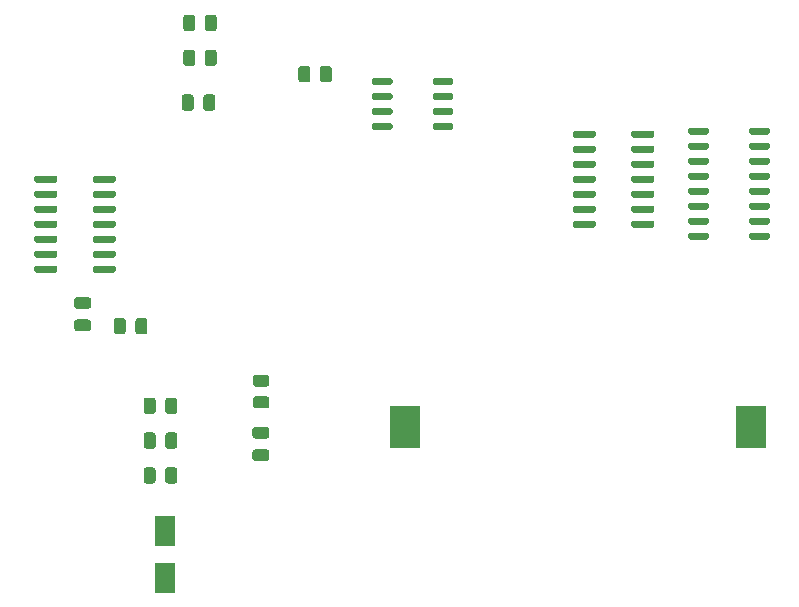
<source format=gbr>
%TF.GenerationSoftware,KiCad,Pcbnew,(5.1.8)-1*%
%TF.CreationDate,2021-03-12T13:42:17+01:00*%
%TF.ProjectId,AP,41502e6b-6963-4616-945f-706362585858,rev?*%
%TF.SameCoordinates,Original*%
%TF.FileFunction,Paste,Bot*%
%TF.FilePolarity,Positive*%
%FSLAX46Y46*%
G04 Gerber Fmt 4.6, Leading zero omitted, Abs format (unit mm)*
G04 Created by KiCad (PCBNEW (5.1.8)-1) date 2021-03-12 13:42:17*
%MOMM*%
%LPD*%
G01*
G04 APERTURE LIST*
%ADD10R,1.800000X2.500000*%
%ADD11R,2.600000X3.600000*%
G04 APERTURE END LIST*
%TO.C,RTC1*%
G36*
G01*
X170610000Y-82065000D02*
X170610000Y-81765000D01*
G75*
G02*
X170760000Y-81615000I150000J0D01*
G01*
X172210000Y-81615000D01*
G75*
G02*
X172360000Y-81765000I0J-150000D01*
G01*
X172360000Y-82065000D01*
G75*
G02*
X172210000Y-82215000I-150000J0D01*
G01*
X170760000Y-82215000D01*
G75*
G02*
X170610000Y-82065000I0J150000D01*
G01*
G37*
G36*
G01*
X170610000Y-80795000D02*
X170610000Y-80495000D01*
G75*
G02*
X170760000Y-80345000I150000J0D01*
G01*
X172210000Y-80345000D01*
G75*
G02*
X172360000Y-80495000I0J-150000D01*
G01*
X172360000Y-80795000D01*
G75*
G02*
X172210000Y-80945000I-150000J0D01*
G01*
X170760000Y-80945000D01*
G75*
G02*
X170610000Y-80795000I0J150000D01*
G01*
G37*
G36*
G01*
X170610000Y-79525000D02*
X170610000Y-79225000D01*
G75*
G02*
X170760000Y-79075000I150000J0D01*
G01*
X172210000Y-79075000D01*
G75*
G02*
X172360000Y-79225000I0J-150000D01*
G01*
X172360000Y-79525000D01*
G75*
G02*
X172210000Y-79675000I-150000J0D01*
G01*
X170760000Y-79675000D01*
G75*
G02*
X170610000Y-79525000I0J150000D01*
G01*
G37*
G36*
G01*
X170610000Y-78255000D02*
X170610000Y-77955000D01*
G75*
G02*
X170760000Y-77805000I150000J0D01*
G01*
X172210000Y-77805000D01*
G75*
G02*
X172360000Y-77955000I0J-150000D01*
G01*
X172360000Y-78255000D01*
G75*
G02*
X172210000Y-78405000I-150000J0D01*
G01*
X170760000Y-78405000D01*
G75*
G02*
X170610000Y-78255000I0J150000D01*
G01*
G37*
G36*
G01*
X165460000Y-78255000D02*
X165460000Y-77955000D01*
G75*
G02*
X165610000Y-77805000I150000J0D01*
G01*
X167060000Y-77805000D01*
G75*
G02*
X167210000Y-77955000I0J-150000D01*
G01*
X167210000Y-78255000D01*
G75*
G02*
X167060000Y-78405000I-150000J0D01*
G01*
X165610000Y-78405000D01*
G75*
G02*
X165460000Y-78255000I0J150000D01*
G01*
G37*
G36*
G01*
X165460000Y-79525000D02*
X165460000Y-79225000D01*
G75*
G02*
X165610000Y-79075000I150000J0D01*
G01*
X167060000Y-79075000D01*
G75*
G02*
X167210000Y-79225000I0J-150000D01*
G01*
X167210000Y-79525000D01*
G75*
G02*
X167060000Y-79675000I-150000J0D01*
G01*
X165610000Y-79675000D01*
G75*
G02*
X165460000Y-79525000I0J150000D01*
G01*
G37*
G36*
G01*
X165460000Y-80795000D02*
X165460000Y-80495000D01*
G75*
G02*
X165610000Y-80345000I150000J0D01*
G01*
X167060000Y-80345000D01*
G75*
G02*
X167210000Y-80495000I0J-150000D01*
G01*
X167210000Y-80795000D01*
G75*
G02*
X167060000Y-80945000I-150000J0D01*
G01*
X165610000Y-80945000D01*
G75*
G02*
X165460000Y-80795000I0J150000D01*
G01*
G37*
G36*
G01*
X165460000Y-82065000D02*
X165460000Y-81765000D01*
G75*
G02*
X165610000Y-81615000I150000J0D01*
G01*
X167060000Y-81615000D01*
G75*
G02*
X167210000Y-81765000I0J-150000D01*
G01*
X167210000Y-82065000D01*
G75*
G02*
X167060000Y-82215000I-150000J0D01*
G01*
X165610000Y-82215000D01*
G75*
G02*
X165460000Y-82065000I0J150000D01*
G01*
G37*
%TD*%
%TO.C,RI2c2*%
G36*
G01*
X161055000Y-77920001D02*
X161055000Y-77019999D01*
G75*
G02*
X161304999Y-76770000I249999J0D01*
G01*
X161830001Y-76770000D01*
G75*
G02*
X162080000Y-77019999I0J-249999D01*
G01*
X162080000Y-77920001D01*
G75*
G02*
X161830001Y-78170000I-249999J0D01*
G01*
X161304999Y-78170000D01*
G75*
G02*
X161055000Y-77920001I0J249999D01*
G01*
G37*
G36*
G01*
X159230000Y-77920001D02*
X159230000Y-77019999D01*
G75*
G02*
X159479999Y-76770000I249999J0D01*
G01*
X160005001Y-76770000D01*
G75*
G02*
X160255000Y-77019999I0J-249999D01*
G01*
X160255000Y-77920001D01*
G75*
G02*
X160005001Y-78170000I-249999J0D01*
G01*
X159479999Y-78170000D01*
G75*
G02*
X159230000Y-77920001I0J249999D01*
G01*
G37*
%TD*%
%TO.C,RI2c1*%
G36*
G01*
X151174400Y-80333001D02*
X151174400Y-79432999D01*
G75*
G02*
X151424399Y-79183000I249999J0D01*
G01*
X151949401Y-79183000D01*
G75*
G02*
X152199400Y-79432999I0J-249999D01*
G01*
X152199400Y-80333001D01*
G75*
G02*
X151949401Y-80583000I-249999J0D01*
G01*
X151424399Y-80583000D01*
G75*
G02*
X151174400Y-80333001I0J249999D01*
G01*
G37*
G36*
G01*
X149349400Y-80333001D02*
X149349400Y-79432999D01*
G75*
G02*
X149599399Y-79183000I249999J0D01*
G01*
X150124401Y-79183000D01*
G75*
G02*
X150374400Y-79432999I0J-249999D01*
G01*
X150374400Y-80333001D01*
G75*
G02*
X150124401Y-80583000I-249999J0D01*
G01*
X149599399Y-80583000D01*
G75*
G02*
X149349400Y-80333001I0J249999D01*
G01*
G37*
%TD*%
%TO.C,Rec3*%
G36*
G01*
X151304401Y-73583000D02*
X151304401Y-72682998D01*
G75*
G02*
X151554400Y-72432999I249999J0D01*
G01*
X152079402Y-72432999D01*
G75*
G02*
X152329401Y-72682998I0J-249999D01*
G01*
X152329401Y-73583000D01*
G75*
G02*
X152079402Y-73832999I-249999J0D01*
G01*
X151554400Y-73832999D01*
G75*
G02*
X151304401Y-73583000I0J249999D01*
G01*
G37*
G36*
G01*
X149479401Y-73583000D02*
X149479401Y-72682998D01*
G75*
G02*
X149729400Y-72432999I249999J0D01*
G01*
X150254402Y-72432999D01*
G75*
G02*
X150504401Y-72682998I0J-249999D01*
G01*
X150504401Y-73583000D01*
G75*
G02*
X150254402Y-73832999I-249999J0D01*
G01*
X149729400Y-73832999D01*
G75*
G02*
X149479401Y-73583000I0J249999D01*
G01*
G37*
%TD*%
%TO.C,Rec2*%
G36*
G01*
X145434000Y-99256001D02*
X145434000Y-98355999D01*
G75*
G02*
X145683999Y-98106000I249999J0D01*
G01*
X146209001Y-98106000D01*
G75*
G02*
X146459000Y-98355999I0J-249999D01*
G01*
X146459000Y-99256001D01*
G75*
G02*
X146209001Y-99506000I-249999J0D01*
G01*
X145683999Y-99506000D01*
G75*
G02*
X145434000Y-99256001I0J249999D01*
G01*
G37*
G36*
G01*
X143609000Y-99256001D02*
X143609000Y-98355999D01*
G75*
G02*
X143858999Y-98106000I249999J0D01*
G01*
X144384001Y-98106000D01*
G75*
G02*
X144634000Y-98355999I0J-249999D01*
G01*
X144634000Y-99256001D01*
G75*
G02*
X144384001Y-99506000I-249999J0D01*
G01*
X143858999Y-99506000D01*
G75*
G02*
X143609000Y-99256001I0J249999D01*
G01*
G37*
%TD*%
%TO.C,Rec1*%
G36*
G01*
X151304401Y-76533000D02*
X151304401Y-75632998D01*
G75*
G02*
X151554400Y-75382999I249999J0D01*
G01*
X152079402Y-75382999D01*
G75*
G02*
X152329401Y-75632998I0J-249999D01*
G01*
X152329401Y-76533000D01*
G75*
G02*
X152079402Y-76782999I-249999J0D01*
G01*
X151554400Y-76782999D01*
G75*
G02*
X151304401Y-76533000I0J249999D01*
G01*
G37*
G36*
G01*
X149479401Y-76533000D02*
X149479401Y-75632998D01*
G75*
G02*
X149729400Y-75382999I249999J0D01*
G01*
X150254402Y-75382999D01*
G75*
G02*
X150504401Y-75632998I0J-249999D01*
G01*
X150504401Y-76533000D01*
G75*
G02*
X150254402Y-76782999I-249999J0D01*
G01*
X149729400Y-76782999D01*
G75*
G02*
X149479401Y-76533000I0J249999D01*
G01*
G37*
%TD*%
%TO.C,R4*%
G36*
G01*
X147957801Y-105999000D02*
X147957801Y-105098998D01*
G75*
G02*
X148207800Y-104848999I249999J0D01*
G01*
X148732802Y-104848999D01*
G75*
G02*
X148982801Y-105098998I0J-249999D01*
G01*
X148982801Y-105999000D01*
G75*
G02*
X148732802Y-106248999I-249999J0D01*
G01*
X148207800Y-106248999D01*
G75*
G02*
X147957801Y-105999000I0J249999D01*
G01*
G37*
G36*
G01*
X146132801Y-105999000D02*
X146132801Y-105098998D01*
G75*
G02*
X146382800Y-104848999I249999J0D01*
G01*
X146907802Y-104848999D01*
G75*
G02*
X147157801Y-105098998I0J-249999D01*
G01*
X147157801Y-105999000D01*
G75*
G02*
X146907802Y-106248999I-249999J0D01*
G01*
X146382800Y-106248999D01*
G75*
G02*
X146132801Y-105999000I0J249999D01*
G01*
G37*
%TD*%
%TO.C,R3*%
G36*
G01*
X147957801Y-108949000D02*
X147957801Y-108048998D01*
G75*
G02*
X148207800Y-107798999I249999J0D01*
G01*
X148732802Y-107798999D01*
G75*
G02*
X148982801Y-108048998I0J-249999D01*
G01*
X148982801Y-108949000D01*
G75*
G02*
X148732802Y-109198999I-249999J0D01*
G01*
X148207800Y-109198999D01*
G75*
G02*
X147957801Y-108949000I0J249999D01*
G01*
G37*
G36*
G01*
X146132801Y-108949000D02*
X146132801Y-108048998D01*
G75*
G02*
X146382800Y-107798999I249999J0D01*
G01*
X146907802Y-107798999D01*
G75*
G02*
X147157801Y-108048998I0J-249999D01*
G01*
X147157801Y-108949000D01*
G75*
G02*
X146907802Y-109198999I-249999J0D01*
G01*
X146382800Y-109198999D01*
G75*
G02*
X146132801Y-108949000I0J249999D01*
G01*
G37*
%TD*%
%TO.C,R2*%
G36*
G01*
X147957801Y-111899000D02*
X147957801Y-110998998D01*
G75*
G02*
X148207800Y-110748999I249999J0D01*
G01*
X148732802Y-110748999D01*
G75*
G02*
X148982801Y-110998998I0J-249999D01*
G01*
X148982801Y-111899000D01*
G75*
G02*
X148732802Y-112148999I-249999J0D01*
G01*
X148207800Y-112148999D01*
G75*
G02*
X147957801Y-111899000I0J249999D01*
G01*
G37*
G36*
G01*
X146132801Y-111899000D02*
X146132801Y-110998998D01*
G75*
G02*
X146382800Y-110748999I249999J0D01*
G01*
X146907802Y-110748999D01*
G75*
G02*
X147157801Y-110998998I0J-249999D01*
G01*
X147157801Y-111899000D01*
G75*
G02*
X146907802Y-112148999I-249999J0D01*
G01*
X146382800Y-112148999D01*
G75*
G02*
X146132801Y-111899000I0J249999D01*
G01*
G37*
%TD*%
%TO.C,R1*%
G36*
G01*
X156540000Y-103944399D02*
X155639998Y-103944399D01*
G75*
G02*
X155389999Y-103694400I0J249999D01*
G01*
X155389999Y-103169398D01*
G75*
G02*
X155639998Y-102919399I249999J0D01*
G01*
X156540000Y-102919399D01*
G75*
G02*
X156789999Y-103169398I0J-249999D01*
G01*
X156789999Y-103694400D01*
G75*
G02*
X156540000Y-103944399I-249999J0D01*
G01*
G37*
G36*
G01*
X156540000Y-105769399D02*
X155639998Y-105769399D01*
G75*
G02*
X155389999Y-105519400I0J249999D01*
G01*
X155389999Y-104994398D01*
G75*
G02*
X155639998Y-104744399I249999J0D01*
G01*
X156540000Y-104744399D01*
G75*
G02*
X156789999Y-104994398I0J-249999D01*
G01*
X156789999Y-105519400D01*
G75*
G02*
X156540000Y-105769399I-249999J0D01*
G01*
G37*
%TD*%
D10*
%TO.C,Dioda1*%
X147955000Y-116110000D03*
X147955000Y-120110000D03*
%TD*%
%TO.C,Demultiplexor1*%
G36*
G01*
X194007000Y-82146000D02*
X194007000Y-82446000D01*
G75*
G02*
X193857000Y-82596000I-150000J0D01*
G01*
X192407000Y-82596000D01*
G75*
G02*
X192257000Y-82446000I0J150000D01*
G01*
X192257000Y-82146000D01*
G75*
G02*
X192407000Y-81996000I150000J0D01*
G01*
X193857000Y-81996000D01*
G75*
G02*
X194007000Y-82146000I0J-150000D01*
G01*
G37*
G36*
G01*
X194007000Y-83416000D02*
X194007000Y-83716000D01*
G75*
G02*
X193857000Y-83866000I-150000J0D01*
G01*
X192407000Y-83866000D01*
G75*
G02*
X192257000Y-83716000I0J150000D01*
G01*
X192257000Y-83416000D01*
G75*
G02*
X192407000Y-83266000I150000J0D01*
G01*
X193857000Y-83266000D01*
G75*
G02*
X194007000Y-83416000I0J-150000D01*
G01*
G37*
G36*
G01*
X194007000Y-84686000D02*
X194007000Y-84986000D01*
G75*
G02*
X193857000Y-85136000I-150000J0D01*
G01*
X192407000Y-85136000D01*
G75*
G02*
X192257000Y-84986000I0J150000D01*
G01*
X192257000Y-84686000D01*
G75*
G02*
X192407000Y-84536000I150000J0D01*
G01*
X193857000Y-84536000D01*
G75*
G02*
X194007000Y-84686000I0J-150000D01*
G01*
G37*
G36*
G01*
X194007000Y-85956000D02*
X194007000Y-86256000D01*
G75*
G02*
X193857000Y-86406000I-150000J0D01*
G01*
X192407000Y-86406000D01*
G75*
G02*
X192257000Y-86256000I0J150000D01*
G01*
X192257000Y-85956000D01*
G75*
G02*
X192407000Y-85806000I150000J0D01*
G01*
X193857000Y-85806000D01*
G75*
G02*
X194007000Y-85956000I0J-150000D01*
G01*
G37*
G36*
G01*
X194007000Y-87226000D02*
X194007000Y-87526000D01*
G75*
G02*
X193857000Y-87676000I-150000J0D01*
G01*
X192407000Y-87676000D01*
G75*
G02*
X192257000Y-87526000I0J150000D01*
G01*
X192257000Y-87226000D01*
G75*
G02*
X192407000Y-87076000I150000J0D01*
G01*
X193857000Y-87076000D01*
G75*
G02*
X194007000Y-87226000I0J-150000D01*
G01*
G37*
G36*
G01*
X194007000Y-88496000D02*
X194007000Y-88796000D01*
G75*
G02*
X193857000Y-88946000I-150000J0D01*
G01*
X192407000Y-88946000D01*
G75*
G02*
X192257000Y-88796000I0J150000D01*
G01*
X192257000Y-88496000D01*
G75*
G02*
X192407000Y-88346000I150000J0D01*
G01*
X193857000Y-88346000D01*
G75*
G02*
X194007000Y-88496000I0J-150000D01*
G01*
G37*
G36*
G01*
X194007000Y-89766000D02*
X194007000Y-90066000D01*
G75*
G02*
X193857000Y-90216000I-150000J0D01*
G01*
X192407000Y-90216000D01*
G75*
G02*
X192257000Y-90066000I0J150000D01*
G01*
X192257000Y-89766000D01*
G75*
G02*
X192407000Y-89616000I150000J0D01*
G01*
X193857000Y-89616000D01*
G75*
G02*
X194007000Y-89766000I0J-150000D01*
G01*
G37*
G36*
G01*
X194007000Y-91036000D02*
X194007000Y-91336000D01*
G75*
G02*
X193857000Y-91486000I-150000J0D01*
G01*
X192407000Y-91486000D01*
G75*
G02*
X192257000Y-91336000I0J150000D01*
G01*
X192257000Y-91036000D01*
G75*
G02*
X192407000Y-90886000I150000J0D01*
G01*
X193857000Y-90886000D01*
G75*
G02*
X194007000Y-91036000I0J-150000D01*
G01*
G37*
G36*
G01*
X199157000Y-91036000D02*
X199157000Y-91336000D01*
G75*
G02*
X199007000Y-91486000I-150000J0D01*
G01*
X197557000Y-91486000D01*
G75*
G02*
X197407000Y-91336000I0J150000D01*
G01*
X197407000Y-91036000D01*
G75*
G02*
X197557000Y-90886000I150000J0D01*
G01*
X199007000Y-90886000D01*
G75*
G02*
X199157000Y-91036000I0J-150000D01*
G01*
G37*
G36*
G01*
X199157000Y-89766000D02*
X199157000Y-90066000D01*
G75*
G02*
X199007000Y-90216000I-150000J0D01*
G01*
X197557000Y-90216000D01*
G75*
G02*
X197407000Y-90066000I0J150000D01*
G01*
X197407000Y-89766000D01*
G75*
G02*
X197557000Y-89616000I150000J0D01*
G01*
X199007000Y-89616000D01*
G75*
G02*
X199157000Y-89766000I0J-150000D01*
G01*
G37*
G36*
G01*
X199157000Y-88496000D02*
X199157000Y-88796000D01*
G75*
G02*
X199007000Y-88946000I-150000J0D01*
G01*
X197557000Y-88946000D01*
G75*
G02*
X197407000Y-88796000I0J150000D01*
G01*
X197407000Y-88496000D01*
G75*
G02*
X197557000Y-88346000I150000J0D01*
G01*
X199007000Y-88346000D01*
G75*
G02*
X199157000Y-88496000I0J-150000D01*
G01*
G37*
G36*
G01*
X199157000Y-87226000D02*
X199157000Y-87526000D01*
G75*
G02*
X199007000Y-87676000I-150000J0D01*
G01*
X197557000Y-87676000D01*
G75*
G02*
X197407000Y-87526000I0J150000D01*
G01*
X197407000Y-87226000D01*
G75*
G02*
X197557000Y-87076000I150000J0D01*
G01*
X199007000Y-87076000D01*
G75*
G02*
X199157000Y-87226000I0J-150000D01*
G01*
G37*
G36*
G01*
X199157000Y-85956000D02*
X199157000Y-86256000D01*
G75*
G02*
X199007000Y-86406000I-150000J0D01*
G01*
X197557000Y-86406000D01*
G75*
G02*
X197407000Y-86256000I0J150000D01*
G01*
X197407000Y-85956000D01*
G75*
G02*
X197557000Y-85806000I150000J0D01*
G01*
X199007000Y-85806000D01*
G75*
G02*
X199157000Y-85956000I0J-150000D01*
G01*
G37*
G36*
G01*
X199157000Y-84686000D02*
X199157000Y-84986000D01*
G75*
G02*
X199007000Y-85136000I-150000J0D01*
G01*
X197557000Y-85136000D01*
G75*
G02*
X197407000Y-84986000I0J150000D01*
G01*
X197407000Y-84686000D01*
G75*
G02*
X197557000Y-84536000I150000J0D01*
G01*
X199007000Y-84536000D01*
G75*
G02*
X199157000Y-84686000I0J-150000D01*
G01*
G37*
G36*
G01*
X199157000Y-83416000D02*
X199157000Y-83716000D01*
G75*
G02*
X199007000Y-83866000I-150000J0D01*
G01*
X197557000Y-83866000D01*
G75*
G02*
X197407000Y-83716000I0J150000D01*
G01*
X197407000Y-83416000D01*
G75*
G02*
X197557000Y-83266000I150000J0D01*
G01*
X199007000Y-83266000D01*
G75*
G02*
X199157000Y-83416000I0J-150000D01*
G01*
G37*
G36*
G01*
X199157000Y-82146000D02*
X199157000Y-82446000D01*
G75*
G02*
X199007000Y-82596000I-150000J0D01*
G01*
X197557000Y-82596000D01*
G75*
G02*
X197407000Y-82446000I0J150000D01*
G01*
X197407000Y-82146000D01*
G75*
G02*
X197557000Y-81996000I150000J0D01*
G01*
X199007000Y-81996000D01*
G75*
G02*
X199157000Y-82146000I0J-150000D01*
G01*
G37*
%TD*%
%TO.C,C2*%
G36*
G01*
X141445000Y-97340000D02*
X140495000Y-97340000D01*
G75*
G02*
X140245000Y-97090000I0J250000D01*
G01*
X140245000Y-96590000D01*
G75*
G02*
X140495000Y-96340000I250000J0D01*
G01*
X141445000Y-96340000D01*
G75*
G02*
X141695000Y-96590000I0J-250000D01*
G01*
X141695000Y-97090000D01*
G75*
G02*
X141445000Y-97340000I-250000J0D01*
G01*
G37*
G36*
G01*
X141445000Y-99240000D02*
X140495000Y-99240000D01*
G75*
G02*
X140245000Y-98990000I0J250000D01*
G01*
X140245000Y-98490000D01*
G75*
G02*
X140495000Y-98240000I250000J0D01*
G01*
X141445000Y-98240000D01*
G75*
G02*
X141695000Y-98490000I0J-250000D01*
G01*
X141695000Y-98990000D01*
G75*
G02*
X141445000Y-99240000I-250000J0D01*
G01*
G37*
%TD*%
%TO.C,C1*%
G36*
G01*
X156534999Y-108324399D02*
X155584999Y-108324399D01*
G75*
G02*
X155334999Y-108074399I0J250000D01*
G01*
X155334999Y-107574399D01*
G75*
G02*
X155584999Y-107324399I250000J0D01*
G01*
X156534999Y-107324399D01*
G75*
G02*
X156784999Y-107574399I0J-250000D01*
G01*
X156784999Y-108074399D01*
G75*
G02*
X156534999Y-108324399I-250000J0D01*
G01*
G37*
G36*
G01*
X156534999Y-110224399D02*
X155584999Y-110224399D01*
G75*
G02*
X155334999Y-109974399I0J250000D01*
G01*
X155334999Y-109474399D01*
G75*
G02*
X155584999Y-109224399I250000J0D01*
G01*
X156534999Y-109224399D01*
G75*
G02*
X156784999Y-109474399I0J-250000D01*
G01*
X156784999Y-109974399D01*
G75*
G02*
X156534999Y-110224399I-250000J0D01*
G01*
G37*
%TD*%
D11*
%TO.C,Baterie1*%
X168230000Y-107315000D03*
X197530000Y-107315000D03*
%TD*%
%TO.C,U1*%
G36*
G01*
X189378000Y-82400000D02*
X189378000Y-82700000D01*
G75*
G02*
X189228000Y-82850000I-150000J0D01*
G01*
X187578000Y-82850000D01*
G75*
G02*
X187428000Y-82700000I0J150000D01*
G01*
X187428000Y-82400000D01*
G75*
G02*
X187578000Y-82250000I150000J0D01*
G01*
X189228000Y-82250000D01*
G75*
G02*
X189378000Y-82400000I0J-150000D01*
G01*
G37*
G36*
G01*
X189378000Y-83670000D02*
X189378000Y-83970000D01*
G75*
G02*
X189228000Y-84120000I-150000J0D01*
G01*
X187578000Y-84120000D01*
G75*
G02*
X187428000Y-83970000I0J150000D01*
G01*
X187428000Y-83670000D01*
G75*
G02*
X187578000Y-83520000I150000J0D01*
G01*
X189228000Y-83520000D01*
G75*
G02*
X189378000Y-83670000I0J-150000D01*
G01*
G37*
G36*
G01*
X189378000Y-84940000D02*
X189378000Y-85240000D01*
G75*
G02*
X189228000Y-85390000I-150000J0D01*
G01*
X187578000Y-85390000D01*
G75*
G02*
X187428000Y-85240000I0J150000D01*
G01*
X187428000Y-84940000D01*
G75*
G02*
X187578000Y-84790000I150000J0D01*
G01*
X189228000Y-84790000D01*
G75*
G02*
X189378000Y-84940000I0J-150000D01*
G01*
G37*
G36*
G01*
X189378000Y-86210000D02*
X189378000Y-86510000D01*
G75*
G02*
X189228000Y-86660000I-150000J0D01*
G01*
X187578000Y-86660000D01*
G75*
G02*
X187428000Y-86510000I0J150000D01*
G01*
X187428000Y-86210000D01*
G75*
G02*
X187578000Y-86060000I150000J0D01*
G01*
X189228000Y-86060000D01*
G75*
G02*
X189378000Y-86210000I0J-150000D01*
G01*
G37*
G36*
G01*
X189378000Y-87480000D02*
X189378000Y-87780000D01*
G75*
G02*
X189228000Y-87930000I-150000J0D01*
G01*
X187578000Y-87930000D01*
G75*
G02*
X187428000Y-87780000I0J150000D01*
G01*
X187428000Y-87480000D01*
G75*
G02*
X187578000Y-87330000I150000J0D01*
G01*
X189228000Y-87330000D01*
G75*
G02*
X189378000Y-87480000I0J-150000D01*
G01*
G37*
G36*
G01*
X189378000Y-88750000D02*
X189378000Y-89050000D01*
G75*
G02*
X189228000Y-89200000I-150000J0D01*
G01*
X187578000Y-89200000D01*
G75*
G02*
X187428000Y-89050000I0J150000D01*
G01*
X187428000Y-88750000D01*
G75*
G02*
X187578000Y-88600000I150000J0D01*
G01*
X189228000Y-88600000D01*
G75*
G02*
X189378000Y-88750000I0J-150000D01*
G01*
G37*
G36*
G01*
X189378000Y-90020000D02*
X189378000Y-90320000D01*
G75*
G02*
X189228000Y-90470000I-150000J0D01*
G01*
X187578000Y-90470000D01*
G75*
G02*
X187428000Y-90320000I0J150000D01*
G01*
X187428000Y-90020000D01*
G75*
G02*
X187578000Y-89870000I150000J0D01*
G01*
X189228000Y-89870000D01*
G75*
G02*
X189378000Y-90020000I0J-150000D01*
G01*
G37*
G36*
G01*
X184428000Y-90020000D02*
X184428000Y-90320000D01*
G75*
G02*
X184278000Y-90470000I-150000J0D01*
G01*
X182628000Y-90470000D01*
G75*
G02*
X182478000Y-90320000I0J150000D01*
G01*
X182478000Y-90020000D01*
G75*
G02*
X182628000Y-89870000I150000J0D01*
G01*
X184278000Y-89870000D01*
G75*
G02*
X184428000Y-90020000I0J-150000D01*
G01*
G37*
G36*
G01*
X184428000Y-88750000D02*
X184428000Y-89050000D01*
G75*
G02*
X184278000Y-89200000I-150000J0D01*
G01*
X182628000Y-89200000D01*
G75*
G02*
X182478000Y-89050000I0J150000D01*
G01*
X182478000Y-88750000D01*
G75*
G02*
X182628000Y-88600000I150000J0D01*
G01*
X184278000Y-88600000D01*
G75*
G02*
X184428000Y-88750000I0J-150000D01*
G01*
G37*
G36*
G01*
X184428000Y-87480000D02*
X184428000Y-87780000D01*
G75*
G02*
X184278000Y-87930000I-150000J0D01*
G01*
X182628000Y-87930000D01*
G75*
G02*
X182478000Y-87780000I0J150000D01*
G01*
X182478000Y-87480000D01*
G75*
G02*
X182628000Y-87330000I150000J0D01*
G01*
X184278000Y-87330000D01*
G75*
G02*
X184428000Y-87480000I0J-150000D01*
G01*
G37*
G36*
G01*
X184428000Y-86210000D02*
X184428000Y-86510000D01*
G75*
G02*
X184278000Y-86660000I-150000J0D01*
G01*
X182628000Y-86660000D01*
G75*
G02*
X182478000Y-86510000I0J150000D01*
G01*
X182478000Y-86210000D01*
G75*
G02*
X182628000Y-86060000I150000J0D01*
G01*
X184278000Y-86060000D01*
G75*
G02*
X184428000Y-86210000I0J-150000D01*
G01*
G37*
G36*
G01*
X184428000Y-84940000D02*
X184428000Y-85240000D01*
G75*
G02*
X184278000Y-85390000I-150000J0D01*
G01*
X182628000Y-85390000D01*
G75*
G02*
X182478000Y-85240000I0J150000D01*
G01*
X182478000Y-84940000D01*
G75*
G02*
X182628000Y-84790000I150000J0D01*
G01*
X184278000Y-84790000D01*
G75*
G02*
X184428000Y-84940000I0J-150000D01*
G01*
G37*
G36*
G01*
X184428000Y-83670000D02*
X184428000Y-83970000D01*
G75*
G02*
X184278000Y-84120000I-150000J0D01*
G01*
X182628000Y-84120000D01*
G75*
G02*
X182478000Y-83970000I0J150000D01*
G01*
X182478000Y-83670000D01*
G75*
G02*
X182628000Y-83520000I150000J0D01*
G01*
X184278000Y-83520000D01*
G75*
G02*
X184428000Y-83670000I0J-150000D01*
G01*
G37*
G36*
G01*
X184428000Y-82400000D02*
X184428000Y-82700000D01*
G75*
G02*
X184278000Y-82850000I-150000J0D01*
G01*
X182628000Y-82850000D01*
G75*
G02*
X182478000Y-82700000I0J150000D01*
G01*
X182478000Y-82400000D01*
G75*
G02*
X182628000Y-82250000I150000J0D01*
G01*
X184278000Y-82250000D01*
G75*
G02*
X184428000Y-82400000I0J-150000D01*
G01*
G37*
%TD*%
%TO.C,U2*%
G36*
G01*
X141835000Y-94130000D02*
X141835000Y-93830000D01*
G75*
G02*
X141985000Y-93680000I150000J0D01*
G01*
X143635000Y-93680000D01*
G75*
G02*
X143785000Y-93830000I0J-150000D01*
G01*
X143785000Y-94130000D01*
G75*
G02*
X143635000Y-94280000I-150000J0D01*
G01*
X141985000Y-94280000D01*
G75*
G02*
X141835000Y-94130000I0J150000D01*
G01*
G37*
G36*
G01*
X141835000Y-92860000D02*
X141835000Y-92560000D01*
G75*
G02*
X141985000Y-92410000I150000J0D01*
G01*
X143635000Y-92410000D01*
G75*
G02*
X143785000Y-92560000I0J-150000D01*
G01*
X143785000Y-92860000D01*
G75*
G02*
X143635000Y-93010000I-150000J0D01*
G01*
X141985000Y-93010000D01*
G75*
G02*
X141835000Y-92860000I0J150000D01*
G01*
G37*
G36*
G01*
X141835000Y-91590000D02*
X141835000Y-91290000D01*
G75*
G02*
X141985000Y-91140000I150000J0D01*
G01*
X143635000Y-91140000D01*
G75*
G02*
X143785000Y-91290000I0J-150000D01*
G01*
X143785000Y-91590000D01*
G75*
G02*
X143635000Y-91740000I-150000J0D01*
G01*
X141985000Y-91740000D01*
G75*
G02*
X141835000Y-91590000I0J150000D01*
G01*
G37*
G36*
G01*
X141835000Y-90320000D02*
X141835000Y-90020000D01*
G75*
G02*
X141985000Y-89870000I150000J0D01*
G01*
X143635000Y-89870000D01*
G75*
G02*
X143785000Y-90020000I0J-150000D01*
G01*
X143785000Y-90320000D01*
G75*
G02*
X143635000Y-90470000I-150000J0D01*
G01*
X141985000Y-90470000D01*
G75*
G02*
X141835000Y-90320000I0J150000D01*
G01*
G37*
G36*
G01*
X141835000Y-89050000D02*
X141835000Y-88750000D01*
G75*
G02*
X141985000Y-88600000I150000J0D01*
G01*
X143635000Y-88600000D01*
G75*
G02*
X143785000Y-88750000I0J-150000D01*
G01*
X143785000Y-89050000D01*
G75*
G02*
X143635000Y-89200000I-150000J0D01*
G01*
X141985000Y-89200000D01*
G75*
G02*
X141835000Y-89050000I0J150000D01*
G01*
G37*
G36*
G01*
X141835000Y-87780000D02*
X141835000Y-87480000D01*
G75*
G02*
X141985000Y-87330000I150000J0D01*
G01*
X143635000Y-87330000D01*
G75*
G02*
X143785000Y-87480000I0J-150000D01*
G01*
X143785000Y-87780000D01*
G75*
G02*
X143635000Y-87930000I-150000J0D01*
G01*
X141985000Y-87930000D01*
G75*
G02*
X141835000Y-87780000I0J150000D01*
G01*
G37*
G36*
G01*
X141835000Y-86510000D02*
X141835000Y-86210000D01*
G75*
G02*
X141985000Y-86060000I150000J0D01*
G01*
X143635000Y-86060000D01*
G75*
G02*
X143785000Y-86210000I0J-150000D01*
G01*
X143785000Y-86510000D01*
G75*
G02*
X143635000Y-86660000I-150000J0D01*
G01*
X141985000Y-86660000D01*
G75*
G02*
X141835000Y-86510000I0J150000D01*
G01*
G37*
G36*
G01*
X136885000Y-86510000D02*
X136885000Y-86210000D01*
G75*
G02*
X137035000Y-86060000I150000J0D01*
G01*
X138685000Y-86060000D01*
G75*
G02*
X138835000Y-86210000I0J-150000D01*
G01*
X138835000Y-86510000D01*
G75*
G02*
X138685000Y-86660000I-150000J0D01*
G01*
X137035000Y-86660000D01*
G75*
G02*
X136885000Y-86510000I0J150000D01*
G01*
G37*
G36*
G01*
X136885000Y-87780000D02*
X136885000Y-87480000D01*
G75*
G02*
X137035000Y-87330000I150000J0D01*
G01*
X138685000Y-87330000D01*
G75*
G02*
X138835000Y-87480000I0J-150000D01*
G01*
X138835000Y-87780000D01*
G75*
G02*
X138685000Y-87930000I-150000J0D01*
G01*
X137035000Y-87930000D01*
G75*
G02*
X136885000Y-87780000I0J150000D01*
G01*
G37*
G36*
G01*
X136885000Y-89050000D02*
X136885000Y-88750000D01*
G75*
G02*
X137035000Y-88600000I150000J0D01*
G01*
X138685000Y-88600000D01*
G75*
G02*
X138835000Y-88750000I0J-150000D01*
G01*
X138835000Y-89050000D01*
G75*
G02*
X138685000Y-89200000I-150000J0D01*
G01*
X137035000Y-89200000D01*
G75*
G02*
X136885000Y-89050000I0J150000D01*
G01*
G37*
G36*
G01*
X136885000Y-90320000D02*
X136885000Y-90020000D01*
G75*
G02*
X137035000Y-89870000I150000J0D01*
G01*
X138685000Y-89870000D01*
G75*
G02*
X138835000Y-90020000I0J-150000D01*
G01*
X138835000Y-90320000D01*
G75*
G02*
X138685000Y-90470000I-150000J0D01*
G01*
X137035000Y-90470000D01*
G75*
G02*
X136885000Y-90320000I0J150000D01*
G01*
G37*
G36*
G01*
X136885000Y-91590000D02*
X136885000Y-91290000D01*
G75*
G02*
X137035000Y-91140000I150000J0D01*
G01*
X138685000Y-91140000D01*
G75*
G02*
X138835000Y-91290000I0J-150000D01*
G01*
X138835000Y-91590000D01*
G75*
G02*
X138685000Y-91740000I-150000J0D01*
G01*
X137035000Y-91740000D01*
G75*
G02*
X136885000Y-91590000I0J150000D01*
G01*
G37*
G36*
G01*
X136885000Y-92860000D02*
X136885000Y-92560000D01*
G75*
G02*
X137035000Y-92410000I150000J0D01*
G01*
X138685000Y-92410000D01*
G75*
G02*
X138835000Y-92560000I0J-150000D01*
G01*
X138835000Y-92860000D01*
G75*
G02*
X138685000Y-93010000I-150000J0D01*
G01*
X137035000Y-93010000D01*
G75*
G02*
X136885000Y-92860000I0J150000D01*
G01*
G37*
G36*
G01*
X136885000Y-94130000D02*
X136885000Y-93830000D01*
G75*
G02*
X137035000Y-93680000I150000J0D01*
G01*
X138685000Y-93680000D01*
G75*
G02*
X138835000Y-93830000I0J-150000D01*
G01*
X138835000Y-94130000D01*
G75*
G02*
X138685000Y-94280000I-150000J0D01*
G01*
X137035000Y-94280000D01*
G75*
G02*
X136885000Y-94130000I0J150000D01*
G01*
G37*
%TD*%
M02*

</source>
